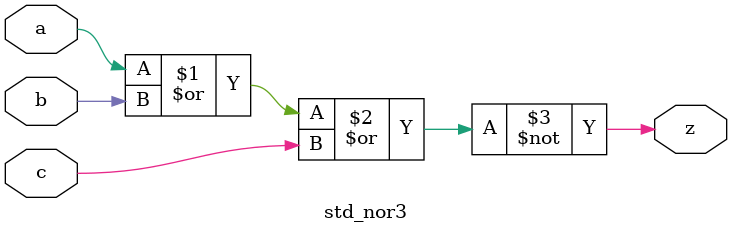
<source format=sv>

module std_nor3 #(parameter DW = 1 ) // array width
(
	input [DW-1:0]  a,
	input [DW-1:0]  b,
	input [DW-1:0]  c,
	output [DW-1:0] z
);

assign z = ~(a | b | c);

endmodule

</source>
